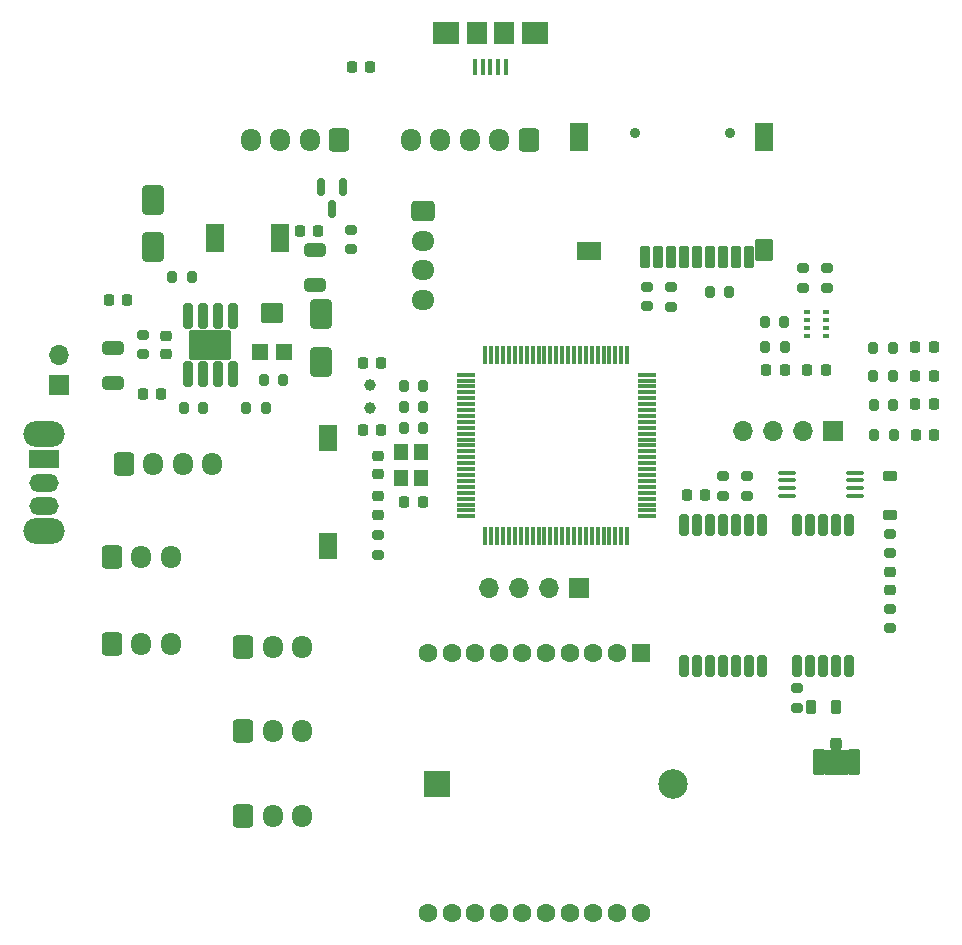
<source format=gts>
G04 #@! TF.GenerationSoftware,KiCad,Pcbnew,8.0.5*
G04 #@! TF.CreationDate,2024-11-26T16:03:35+07:00*
G04 #@! TF.ProjectId,probe06-ivy,70726f62-6530-4362-9d69-76792e6b6963,1*
G04 #@! TF.SameCoordinates,Original*
G04 #@! TF.FileFunction,Soldermask,Top*
G04 #@! TF.FilePolarity,Negative*
%FSLAX46Y46*%
G04 Gerber Fmt 4.6, Leading zero omitted, Abs format (unit mm)*
G04 Created by KiCad (PCBNEW 8.0.5) date 2024-11-26 16:03:35*
%MOMM*%
%LPD*%
G01*
G04 APERTURE LIST*
G04 Aperture macros list*
%AMRoundRect*
0 Rectangle with rounded corners*
0 $1 Rounding radius*
0 $2 $3 $4 $5 $6 $7 $8 $9 X,Y pos of 4 corners*
0 Add a 4 corners polygon primitive as box body*
4,1,4,$2,$3,$4,$5,$6,$7,$8,$9,$2,$3,0*
0 Add four circle primitives for the rounded corners*
1,1,$1+$1,$2,$3*
1,1,$1+$1,$4,$5*
1,1,$1+$1,$6,$7*
1,1,$1+$1,$8,$9*
0 Add four rect primitives between the rounded corners*
20,1,$1+$1,$2,$3,$4,$5,0*
20,1,$1+$1,$4,$5,$6,$7,0*
20,1,$1+$1,$6,$7,$8,$9,0*
20,1,$1+$1,$8,$9,$2,$3,0*%
G04 Aperture macros list end*
%ADD10RoundRect,0.218750X-0.256250X0.218750X-0.256250X-0.218750X0.256250X-0.218750X0.256250X0.218750X0*%
%ADD11RoundRect,0.218750X0.218750X0.256250X-0.218750X0.256250X-0.218750X-0.256250X0.218750X-0.256250X0*%
%ADD12R,0.400000X1.400000*%
%ADD13R,2.300000X1.900000*%
%ADD14R,1.800000X1.900000*%
%ADD15RoundRect,0.200000X-0.200000X-0.275000X0.200000X-0.275000X0.200000X0.275000X-0.200000X0.275000X0*%
%ADD16RoundRect,0.218750X-0.218750X-0.381250X0.218750X-0.381250X0.218750X0.381250X-0.218750X0.381250X0*%
%ADD17RoundRect,0.225000X0.225000X0.250000X-0.225000X0.250000X-0.225000X-0.250000X0.225000X-0.250000X0*%
%ADD18RoundRect,0.150000X-0.150000X0.587500X-0.150000X-0.587500X0.150000X-0.587500X0.150000X0.587500X0*%
%ADD19RoundRect,0.250000X-0.650000X0.325000X-0.650000X-0.325000X0.650000X-0.325000X0.650000X0.325000X0*%
%ADD20RoundRect,0.225000X-0.250000X0.225000X-0.250000X-0.225000X0.250000X-0.225000X0.250000X0.225000X0*%
%ADD21RoundRect,0.250000X0.650000X-1.000000X0.650000X1.000000X-0.650000X1.000000X-0.650000X-1.000000X0*%
%ADD22RoundRect,0.200000X-0.275000X0.200000X-0.275000X-0.200000X0.275000X-0.200000X0.275000X0.200000X0*%
%ADD23RoundRect,0.200000X0.200000X0.275000X-0.200000X0.275000X-0.200000X-0.275000X0.200000X-0.275000X0*%
%ADD24RoundRect,0.250000X-0.600000X-0.725000X0.600000X-0.725000X0.600000X0.725000X-0.600000X0.725000X0*%
%ADD25O,1.700000X1.950000*%
%ADD26RoundRect,0.100000X0.637500X0.100000X-0.637500X0.100000X-0.637500X-0.100000X0.637500X-0.100000X0*%
%ADD27RoundRect,0.200000X0.200000X-0.700000X0.200000X0.700000X-0.200000X0.700000X-0.200000X-0.700000X0*%
%ADD28RoundRect,0.250000X0.600000X0.725000X-0.600000X0.725000X-0.600000X-0.725000X0.600000X-0.725000X0*%
%ADD29O,3.500000X2.200000*%
%ADD30R,2.500000X1.500000*%
%ADD31O,2.500000X1.500000*%
%ADD32R,1.500000X2.400000*%
%ADD33RoundRect,0.200000X0.275000X-0.200000X0.275000X0.200000X-0.275000X0.200000X-0.275000X-0.200000X0*%
%ADD34R,1.700000X1.700000*%
%ADD35O,1.700000X1.700000*%
%ADD36RoundRect,0.102000X0.600000X-0.600000X0.600000X0.600000X-0.600000X0.600000X-0.600000X-0.600000X0*%
%ADD37RoundRect,0.102000X0.800000X-0.750000X0.800000X0.750000X-0.800000X0.750000X-0.800000X-0.750000X0*%
%ADD38RoundRect,0.102000X-0.700000X0.700000X-0.700000X-0.700000X0.700000X-0.700000X0.700000X0.700000X0*%
%ADD39C,1.604000*%
%ADD40RoundRect,0.250000X0.650000X-0.325000X0.650000X0.325000X-0.650000X0.325000X-0.650000X-0.325000X0*%
%ADD41C,1.000000*%
%ADD42RoundRect,0.225000X-0.225000X-0.250000X0.225000X-0.250000X0.225000X0.250000X-0.225000X0.250000X0*%
%ADD43RoundRect,0.225000X0.375000X-0.225000X0.375000X0.225000X-0.375000X0.225000X-0.375000X-0.225000X0*%
%ADD44C,0.900000*%
%ADD45RoundRect,0.102000X0.350000X-0.800000X0.350000X0.800000X-0.350000X0.800000X-0.350000X-0.800000X0*%
%ADD46RoundRect,0.102000X0.700000X-0.800000X0.700000X0.800000X-0.700000X0.800000X-0.700000X-0.800000X0*%
%ADD47RoundRect,0.102000X0.700000X-1.100000X0.700000X1.100000X-0.700000X1.100000X-0.700000X-1.100000X0*%
%ADD48RoundRect,0.102000X0.900000X-0.700000X0.900000X0.700000X-0.900000X0.700000X-0.900000X-0.700000X0*%
%ADD49R,1.600000X2.180000*%
%ADD50RoundRect,0.217080X0.184920X-0.869920X0.184920X0.869920X-0.184920X0.869920X-0.184920X-0.869920X0*%
%ADD51RoundRect,0.102000X1.650000X-1.205000X1.650000X1.205000X-1.650000X1.205000X-1.650000X-1.205000X0*%
%ADD52RoundRect,0.250000X-0.250000X0.275000X-0.250000X-0.275000X0.250000X-0.275000X0.250000X0.275000X0*%
%ADD53RoundRect,0.250000X-0.275000X0.850000X-0.275000X-0.850000X0.275000X-0.850000X0.275000X0.850000X0*%
%ADD54R,1.200000X1.400000*%
%ADD55RoundRect,0.218750X-0.218750X-0.256250X0.218750X-0.256250X0.218750X0.256250X-0.218750X0.256250X0*%
%ADD56RoundRect,0.250000X-0.725000X0.600000X-0.725000X-0.600000X0.725000X-0.600000X0.725000X0.600000X0*%
%ADD57O,1.950000X1.700000*%
%ADD58RoundRect,0.075000X-0.725000X-0.075000X0.725000X-0.075000X0.725000X0.075000X-0.725000X0.075000X0*%
%ADD59RoundRect,0.075000X-0.075000X-0.725000X0.075000X-0.725000X0.075000X0.725000X-0.075000X0.725000X0*%
%ADD60R,0.500000X0.350000*%
%ADD61RoundRect,0.225000X0.250000X-0.225000X0.250000X0.225000X-0.250000X0.225000X-0.250000X-0.225000X0*%
%ADD62R,2.170000X2.170000*%
%ADD63C,2.500000*%
G04 APERTURE END LIST*
G36*
X176180000Y-125982500D02*
G01*
X174300000Y-125982500D01*
X174300000Y-128072500D01*
X176180000Y-128072500D01*
X176180000Y-125982500D01*
G37*
D10*
X179760000Y-110860000D03*
X179760000Y-112435000D03*
D11*
X183500000Y-94280000D03*
X181925000Y-94280000D03*
D12*
X147250000Y-68110000D03*
X146600000Y-68110000D03*
X145950000Y-68110000D03*
X145300000Y-68110000D03*
X144650000Y-68110000D03*
D13*
X149700000Y-65260000D03*
D14*
X147100000Y-65260000D03*
X144800000Y-65260000D03*
D13*
X142200000Y-65260000D03*
D15*
X169195000Y-91802500D03*
X170845000Y-91802500D03*
D16*
X173115000Y-122347500D03*
X175240000Y-122347500D03*
D17*
X115172500Y-87825000D03*
X113622500Y-87825000D03*
D18*
X133462500Y-78300000D03*
X131562500Y-78300000D03*
X132512500Y-80175000D03*
D19*
X114004300Y-91919200D03*
X114004300Y-94869200D03*
D15*
X169175000Y-89672500D03*
X170825000Y-89672500D03*
D20*
X136425000Y-101055000D03*
X136425000Y-102605000D03*
D21*
X117352500Y-83375000D03*
X117352500Y-79375000D03*
D22*
X179740000Y-113990000D03*
X179740000Y-115640000D03*
D23*
X180020000Y-94290000D03*
X178370000Y-94290000D03*
D22*
X165620000Y-102787500D03*
X165620000Y-104437500D03*
D24*
X113882500Y-109605000D03*
D25*
X116382500Y-109605000D03*
X118882500Y-109605000D03*
D20*
X118512500Y-90875000D03*
X118512500Y-92425000D03*
D26*
X176800000Y-104417500D03*
X176800000Y-103767500D03*
X176800000Y-103117500D03*
X176800000Y-102467500D03*
X171075000Y-102467500D03*
X171075000Y-103117500D03*
X171075000Y-103767500D03*
X171075000Y-104417500D03*
D27*
X162320000Y-118877500D03*
X163420000Y-118877500D03*
X164520000Y-118877500D03*
X165620000Y-118877500D03*
X166720000Y-118877500D03*
X167820000Y-118877500D03*
X168920000Y-118877500D03*
X171920000Y-118877500D03*
X173020000Y-118877500D03*
X174120000Y-118877500D03*
X175220000Y-118877500D03*
X176320000Y-118877500D03*
X176320000Y-106877500D03*
X175220000Y-106877500D03*
X174120000Y-106877500D03*
X173020000Y-106877500D03*
X171920000Y-106877500D03*
X168920000Y-106877500D03*
X167820000Y-106877500D03*
X166720000Y-106877500D03*
X165620000Y-106877500D03*
X164520000Y-106877500D03*
X163420000Y-106877500D03*
X162320000Y-106877500D03*
D28*
X149202500Y-74285000D03*
D25*
X146702500Y-74285000D03*
X144202500Y-74285000D03*
X141702500Y-74285000D03*
X139202500Y-74285000D03*
D15*
X119987500Y-97005000D03*
X121637500Y-97005000D03*
D29*
X108112500Y-99215000D03*
X108112500Y-107415000D03*
D30*
X108112500Y-101315000D03*
D31*
X108112500Y-103315000D03*
X108112500Y-105315000D03*
D32*
X122592500Y-82595000D03*
X128092500Y-82595000D03*
D17*
X140205000Y-104925000D03*
X138655000Y-104925000D03*
D33*
X136405000Y-109415000D03*
X136405000Y-107765000D03*
D23*
X120667500Y-85905000D03*
X119017500Y-85905000D03*
D11*
X183530000Y-99270000D03*
X181955000Y-99270000D03*
D34*
X153412500Y-112215000D03*
D35*
X150872500Y-112215000D03*
X148332500Y-112215000D03*
X145792500Y-112215000D03*
D24*
X125002500Y-131542000D03*
D25*
X127502500Y-131542000D03*
X130002500Y-131542000D03*
D36*
X126462500Y-92215000D03*
D37*
X127462500Y-88965000D03*
D36*
X128462500Y-92215000D03*
D38*
X158660000Y-117750000D03*
D39*
X156660000Y-117750000D03*
X154660000Y-117750000D03*
X152660000Y-117750000D03*
X150660000Y-117750000D03*
X148660000Y-117750000D03*
X146660000Y-117750000D03*
X144660000Y-117750000D03*
X142660000Y-117750000D03*
X140660000Y-117750000D03*
X140660000Y-139750000D03*
X142660000Y-139750000D03*
X144660000Y-139750000D03*
X146660000Y-139750000D03*
X148660000Y-139750000D03*
X150660000Y-139750000D03*
X152660000Y-139750000D03*
X154660000Y-139750000D03*
X156660000Y-139750000D03*
X158660000Y-139750000D03*
D23*
X166170000Y-87170000D03*
X164520000Y-87170000D03*
D40*
X131052500Y-86605000D03*
X131052500Y-83655000D03*
D23*
X140245000Y-95155000D03*
X138595000Y-95155000D03*
D22*
X159220000Y-86740000D03*
X159220000Y-88390000D03*
D41*
X135785000Y-96985000D03*
X135785000Y-95085000D03*
D17*
X164120000Y-104360000D03*
X162570000Y-104360000D03*
D42*
X169302500Y-93800000D03*
X170852500Y-93800000D03*
D24*
X125002500Y-124324000D03*
D25*
X127502500Y-124324000D03*
X130002500Y-124324000D03*
D23*
X128382500Y-94655000D03*
X126732500Y-94655000D03*
D43*
X179740000Y-106057500D03*
X179740000Y-102757500D03*
D15*
X138595000Y-98675000D03*
X140245000Y-98675000D03*
D44*
X166222500Y-73675000D03*
X158222500Y-73675000D03*
D45*
X159022500Y-84175000D03*
X160122500Y-84175000D03*
X161222500Y-84175000D03*
X162322500Y-84175000D03*
X163422500Y-84175000D03*
X164522500Y-84175000D03*
X165622500Y-84175000D03*
X166722500Y-84175000D03*
X167822500Y-84175000D03*
D46*
X169122500Y-83575000D03*
D47*
X169122500Y-74075000D03*
X153422500Y-74075000D03*
D48*
X154322500Y-83675000D03*
D17*
X136705000Y-98885000D03*
X135155000Y-98885000D03*
X174325000Y-93792500D03*
X172775000Y-93792500D03*
D34*
X109412500Y-95035000D03*
D35*
X109412500Y-92495000D03*
D34*
X174910000Y-98980000D03*
D35*
X172370000Y-98980000D03*
X169830000Y-98980000D03*
X167290000Y-98980000D03*
D49*
X132185000Y-99535000D03*
X132185000Y-108715000D03*
D22*
X179740000Y-107647500D03*
X179740000Y-109297500D03*
D50*
X120330700Y-94120800D03*
X121600700Y-94120800D03*
X122870700Y-94120800D03*
X124140700Y-94120800D03*
X124140700Y-89170800D03*
X122870700Y-89170800D03*
X121600700Y-89170800D03*
X120330700Y-89170800D03*
D51*
X122235700Y-91645800D03*
D24*
X125032500Y-117205000D03*
D25*
X127532500Y-117205000D03*
X130032500Y-117205000D03*
D24*
X113882500Y-116965000D03*
D25*
X116382500Y-116965000D03*
X118882500Y-116965000D03*
D23*
X180040000Y-96700000D03*
X178390000Y-96700000D03*
D11*
X183475000Y-91870000D03*
X181900000Y-91870000D03*
D15*
X125257500Y-97005000D03*
X126907500Y-97005000D03*
D52*
X175240000Y-125447500D03*
D53*
X176715000Y-126972500D03*
X173765000Y-126972500D03*
D22*
X134100000Y-81890000D03*
X134100000Y-83540000D03*
D54*
X140072000Y-102926800D03*
X140072000Y-100726800D03*
X138372000Y-100726800D03*
X138372000Y-102926800D03*
D22*
X174402500Y-85175000D03*
X174402500Y-86825000D03*
X161250000Y-86750000D03*
X161250000Y-88400000D03*
D23*
X180025000Y-91880000D03*
X178375000Y-91880000D03*
X180090000Y-99270000D03*
X178440000Y-99270000D03*
D28*
X133142500Y-74285000D03*
D25*
X130642500Y-74285000D03*
X128142500Y-74285000D03*
X125642500Y-74285000D03*
D55*
X134185000Y-68130000D03*
X135760000Y-68130000D03*
D21*
X131612500Y-93075000D03*
X131612500Y-89075000D03*
D11*
X183507500Y-96690000D03*
X181932500Y-96690000D03*
D56*
X140245000Y-80340000D03*
D57*
X140245000Y-82840000D03*
X140245000Y-85340000D03*
X140245000Y-87840000D03*
D22*
X172402500Y-85180000D03*
X172402500Y-86830000D03*
D17*
X136705000Y-93145000D03*
X135155000Y-93145000D03*
D58*
X143845000Y-94165000D03*
X143845000Y-94665000D03*
X143845000Y-95165000D03*
X143845000Y-95665000D03*
X143845000Y-96165000D03*
X143845000Y-96665000D03*
X143845000Y-97165000D03*
X143845000Y-97665000D03*
X143845000Y-98165000D03*
X143845000Y-98665000D03*
X143845000Y-99165000D03*
X143845000Y-99665000D03*
X143845000Y-100165000D03*
X143845000Y-100665000D03*
X143845000Y-101165000D03*
X143845000Y-101665000D03*
X143845000Y-102165000D03*
X143845000Y-102665000D03*
X143845000Y-103165000D03*
X143845000Y-103665000D03*
X143845000Y-104165000D03*
X143845000Y-104665000D03*
X143845000Y-105165000D03*
X143845000Y-105665000D03*
X143845000Y-106165000D03*
D59*
X145520000Y-107840000D03*
X146020000Y-107840000D03*
X146520000Y-107840000D03*
X147020000Y-107840000D03*
X147520000Y-107840000D03*
X148020000Y-107840000D03*
X148520000Y-107840000D03*
X149020000Y-107840000D03*
X149520000Y-107840000D03*
X150020000Y-107840000D03*
X150520000Y-107840000D03*
X151020000Y-107840000D03*
X151520000Y-107840000D03*
X152020000Y-107840000D03*
X152520000Y-107840000D03*
X153020000Y-107840000D03*
X153520000Y-107840000D03*
X154020000Y-107840000D03*
X154520000Y-107840000D03*
X155020000Y-107840000D03*
X155520000Y-107840000D03*
X156020000Y-107840000D03*
X156520000Y-107840000D03*
X157020000Y-107840000D03*
X157520000Y-107840000D03*
D58*
X159195000Y-106165000D03*
X159195000Y-105665000D03*
X159195000Y-105165000D03*
X159195000Y-104665000D03*
X159195000Y-104165000D03*
X159195000Y-103665000D03*
X159195000Y-103165000D03*
X159195000Y-102665000D03*
X159195000Y-102165000D03*
X159195000Y-101665000D03*
X159195000Y-101165000D03*
X159195000Y-100665000D03*
X159195000Y-100165000D03*
X159195000Y-99665000D03*
X159195000Y-99165000D03*
X159195000Y-98665000D03*
X159195000Y-98165000D03*
X159195000Y-97665000D03*
X159195000Y-97165000D03*
X159195000Y-96665000D03*
X159195000Y-96165000D03*
X159195000Y-95665000D03*
X159195000Y-95165000D03*
X159195000Y-94665000D03*
X159195000Y-94165000D03*
D59*
X157520000Y-92490000D03*
X157020000Y-92490000D03*
X156520000Y-92490000D03*
X156020000Y-92490000D03*
X155520000Y-92490000D03*
X155020000Y-92490000D03*
X154520000Y-92490000D03*
X154020000Y-92490000D03*
X153520000Y-92490000D03*
X153020000Y-92490000D03*
X152520000Y-92490000D03*
X152020000Y-92490000D03*
X151520000Y-92490000D03*
X151020000Y-92490000D03*
X150520000Y-92490000D03*
X150020000Y-92490000D03*
X149520000Y-92490000D03*
X149020000Y-92490000D03*
X148520000Y-92490000D03*
X148020000Y-92490000D03*
X147520000Y-92490000D03*
X147020000Y-92490000D03*
X146520000Y-92490000D03*
X146020000Y-92490000D03*
X145520000Y-92490000D03*
D22*
X171920000Y-120717500D03*
X171920000Y-122367500D03*
D23*
X140245000Y-96905000D03*
X138595000Y-96905000D03*
D42*
X129830000Y-82010000D03*
X131380000Y-82010000D03*
D60*
X172722500Y-90855000D03*
X172722500Y-90205000D03*
X172722500Y-89555000D03*
X172722500Y-88905000D03*
X174322500Y-88905000D03*
X174322500Y-89555000D03*
X174322500Y-90205000D03*
X174322500Y-90855000D03*
D22*
X167700000Y-102777500D03*
X167700000Y-104427500D03*
D61*
X136395000Y-106025000D03*
X136395000Y-104475000D03*
D24*
X114902500Y-101715000D03*
D25*
X117402500Y-101715000D03*
X119902500Y-101715000D03*
X122402500Y-101715000D03*
D17*
X118077500Y-95795000D03*
X116527500Y-95795000D03*
D33*
X116512500Y-92445000D03*
X116512500Y-90795000D03*
D62*
X141380000Y-128800000D03*
D63*
X161380000Y-128800000D03*
M02*

</source>
